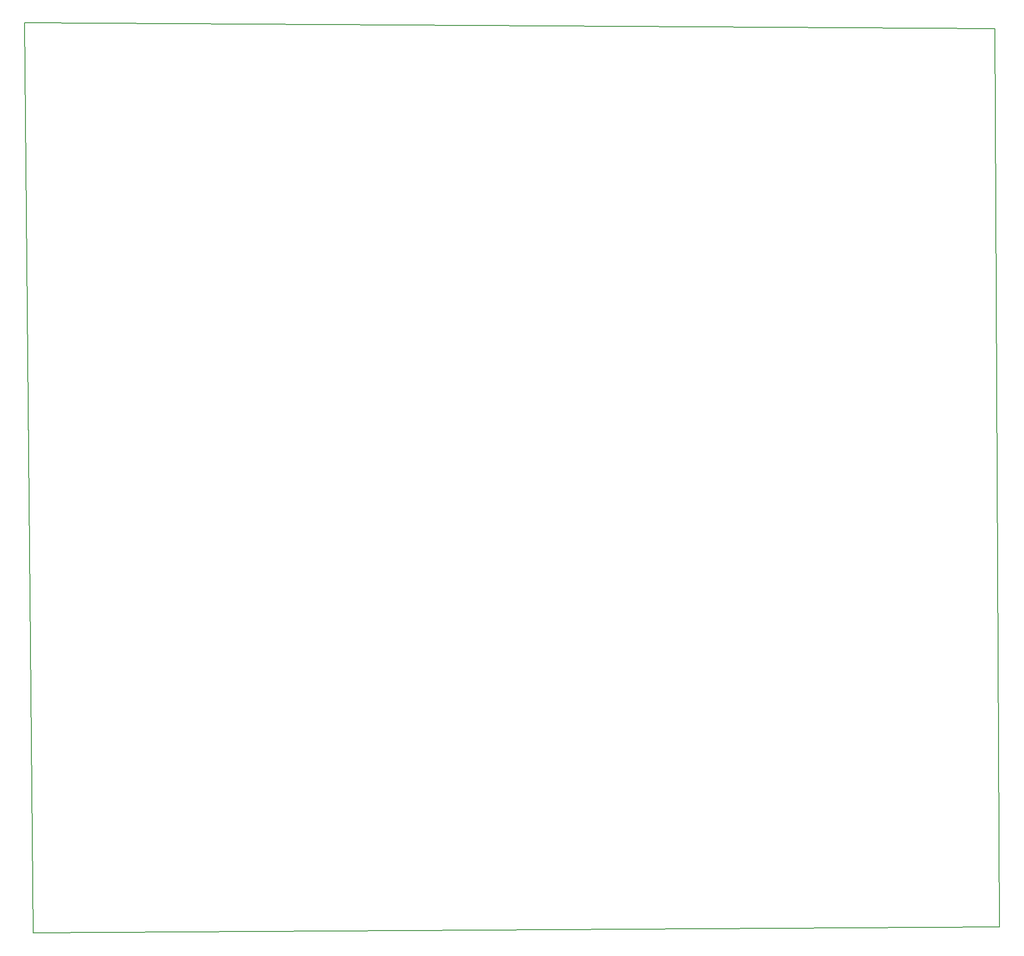
<source format=gbr>
G04 DipTrace 2.4.0.2*
%INBoardOutline.gbr*%
%MOIN*%
%ADD11C,0.0055*%
%FSLAX44Y44*%
G04*
G70*
G90*
G75*
G01*
%LNBoardOutline*%
%LPD*%
X3937Y70694D2*
D11*
X75069Y70256D1*
X75382Y4375D1*
X4562Y3937D1*
X3937Y70694D1*
M02*

</source>
